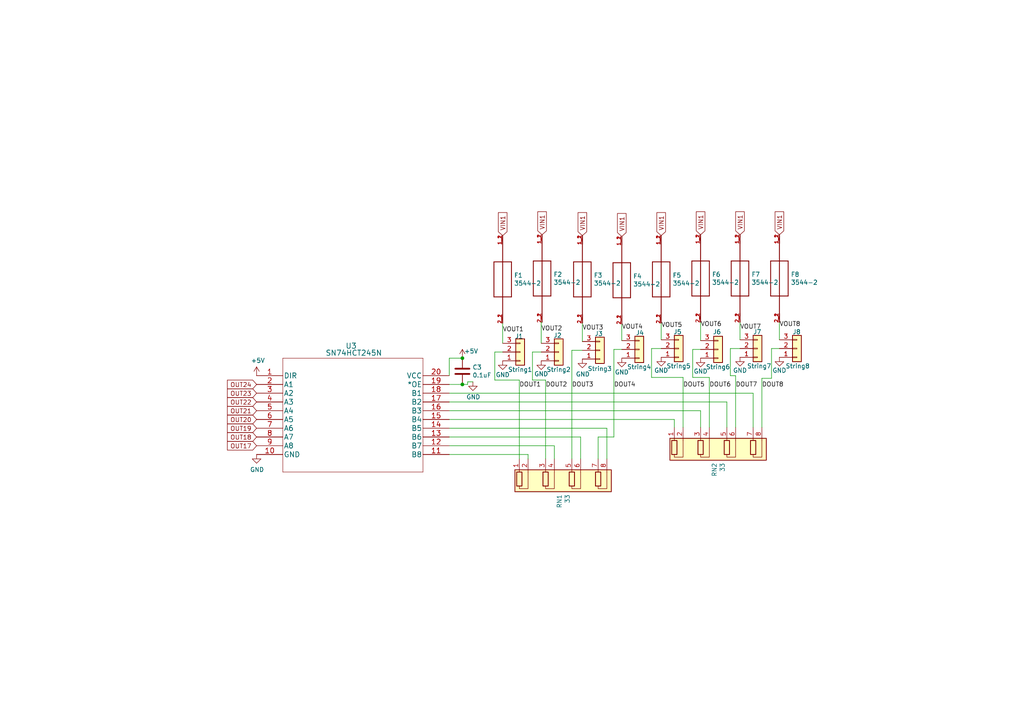
<source format=kicad_sch>
(kicad_sch (version 20211123) (generator eeschema)
  (paper "A4")
  (title_block (title "Multi Expansion") (date "2022-08-14") (rev "v3") (company "Scott Hanson"))
  (lib_symbols
    (symbol "Connector_Generic:Conn_01x03" (pin_names (offset 1.016) hide)
      (property "Reference" "J" (at 0 5.08 0))
      (property "Value" "Conn_01x03" (at 0 -5.08 0))
      (symbol "Conn_01x03_1_1"
        (rectangle (start -1.27 -2.413) (end 0 -2.667) (stroke (width 0.1524)))
        (rectangle (start -1.27 0.127) (end 0 -0.127) (stroke (width 0.1524)))
        (rectangle (start -1.27 2.667) (end 0 2.413) (stroke (width 0.1524)))
        (rectangle (start -1.27 3.81) (end 1.27 -3.81) (stroke (width 0.254)) (fill (type background)))
        (pin passive line (at -5.08 2.54 0) (length 3.81) (name "Pin_1") (number "1"))
        (pin passive line (at -5.08 0 0) (length 3.81) (name "Pin_2") (number "2"))
        (pin passive line (at -5.08 -2.54 0) (length 3.81) (name "Pin_3") (number "3"))
      )
    )
    (symbol "Multi_Expansion-rescue:3544-2-Keystone_Fuse" (pin_names (offset 1.016) hide)
      (property "Reference" "F" (at -5.08 3.302 0))
      (property "Value" "3544-2-Keystone_Fuse" (at -5.08 -5.08 0))
      (symbol "3544-2-Keystone_Fuse_0_0"
        (polyline (pts (xy -12.7 0) (xy 12.7 0)) (stroke (width 0.254)))
        (polyline (pts (xy -5.08 -2.54) (xy -5.08 2.54)) (stroke (width 0.254)))
        (polyline (pts (xy -5.08 2.54) (xy 5.08 2.54)) (stroke (width 0.254)))
        (polyline (pts (xy 5.08 -2.54) (xy -5.08 -2.54)) (stroke (width 0.254)))
        (polyline (pts (xy 5.08 2.54) (xy 5.08 -2.54)) (stroke (width 0.254)))
        (pin passive line (at -12.7 0 0) (length 2.54) (name "1") (number "1_1"))
        (pin passive line (at -12.7 0 0) (length 2.54) (name "1") (number "1_2"))
        (pin passive line (at 12.7 0 180) (length 2.54) (name "2") (number "2_1"))
        (pin passive line (at 12.7 0 180) (length 2.54) (name "2") (number "2_2"))
      )
    )
    (symbol "Multi_Expansion-rescue:C-Device" (pin_numbers hide) (pin_names (offset 0.254))
      (property "Reference" "C" (at 0.635 2.54 0))
      (property "Value" "C-Device" (at 0.635 -2.54 0))
      (symbol "C-Device_0_1"
        (polyline (pts (xy -2.032 -0.762) (xy 2.032 -0.762)) (stroke (width 0.508)))
        (polyline (pts (xy -2.032 0.762) (xy 2.032 0.762)) (stroke (width 0.508)))
      )
      (symbol "C-Device_1_1"
        (pin passive line (at 0 3.81 270) (length 2.794) (name "~") (number "1"))
        (pin passive line (at 0 -3.81 90) (length 2.794) (name "~") (number "2"))
      )
    )
    (symbol "Multi_Expansion-rescue:R_Pack04_SIP-Device" (pin_names (offset 0) hide)
      (property "Reference" "RN" (at -15.24 0 90))
      (property "Value" "R_Pack04_SIP-Device" (at 15.24 0 90))
      (symbol "R_Pack04_SIP-Device_0_1"
        (rectangle (start -13.97 -1.905) (end 13.97 4.445) (stroke (width 0.254)) (fill (type background)))
        (rectangle (start -13.462 2.794) (end -11.938 -1.27) (stroke (width 0.254)))
        (rectangle (start -5.842 2.794) (end -4.318 -1.27) (stroke (width 0.254)))
        (polyline (pts (xy -12.7 2.794) (xy -12.7 3.556) (xy -10.16 3.556) (xy -10.16 -1.27)))
        (polyline (pts (xy -5.08 2.794) (xy -5.08 3.556) (xy -2.54 3.556) (xy -2.54 -1.27)))
        (polyline (pts (xy 2.54 2.794) (xy 2.54 3.556) (xy 5.08 3.556) (xy 5.08 -1.27)))
        (polyline (pts (xy 10.16 2.794) (xy 10.16 3.556) (xy 12.7 3.556) (xy 12.7 -1.27)))
        (rectangle (start 1.778 2.794) (end 3.302 -1.27) (stroke (width 0.254)))
        (rectangle (start 9.398 2.794) (end 10.922 -1.27) (stroke (width 0.254)))
      )
      (symbol "R_Pack04_SIP-Device_1_1"
        (pin passive line (at -12.7 -5.08 90) (length 3.81) (name "R1.1") (number "1"))
        (pin passive line (at -10.16 -5.08 90) (length 3.81) (name "R1.2") (number "2"))
        (pin passive line (at -5.08 -5.08 90) (length 3.81) (name "R2.1") (number "3"))
        (pin passive line (at -2.54 -5.08 90) (length 3.81) (name "R2.2") (number "4"))
        (pin passive line (at 2.54 -5.08 90) (length 3.81) (name "R3.1") (number "5"))
        (pin passive line (at 5.08 -5.08 90) (length 3.81) (name "R3.2") (number "6"))
        (pin passive line (at 10.16 -5.08 90) (length 3.81) (name "R4.1") (number "7"))
        (pin passive line (at 12.7 -5.08 90) (length 3.81) (name "R4.2") (number "8"))
      )
    )
    (symbol "Multi_Expansion-rescue:SN74HCT245N-SN74HCT245N" (pin_names (offset 0.254))
      (property "Reference" "U" (at 27.94 10.16 0))
      (property "Value" "SN74HCT245N-SN74HCT245N" (at 27.94 7.62 0))
      (symbol "SN74HCT245N-SN74HCT245N_1_0"
        (polyline (pts (xy 7.62 -27.94) (xy 48.26 -27.94)) (stroke (width 0.127)))
        (polyline (pts (xy 7.62 5.08) (xy 7.62 -27.94)) (stroke (width 0.127)))
        (polyline (pts (xy 48.26 -27.94) (xy 48.26 5.08)) (stroke (width 0.127)))
        (polyline (pts (xy 48.26 5.08) (xy 7.62 5.08)) (stroke (width 0.127)))
        (pin input line (at 0 0 0) (length 7.62) (name "DIR") (number "1"))
        (pin power_in line (at 0 -22.86 0) (length 7.62) (name "GND") (number "10"))
        (pin bidirectional line (at 55.88 -22.86 180) (length 7.62) (name "B8") (number "11"))
        (pin bidirectional line (at 55.88 -20.32 180) (length 7.62) (name "B7") (number "12"))
        (pin bidirectional line (at 55.88 -17.78 180) (length 7.62) (name "B6") (number "13"))
        (pin bidirectional line (at 55.88 -15.24 180) (length 7.62) (name "B5") (number "14"))
        (pin bidirectional line (at 55.88 -12.7 180) (length 7.62) (name "B4") (number "15"))
        (pin bidirectional line (at 55.88 -10.16 180) (length 7.62) (name "B3") (number "16"))
        (pin bidirectional line (at 55.88 -7.62 180) (length 7.62) (name "B2") (number "17"))
        (pin bidirectional line (at 55.88 -5.08 180) (length 7.62) (name "B1") (number "18"))
        (pin input line (at 55.88 -2.54 180) (length 7.62) (name "*OE") (number "19"))
        (pin bidirectional line (at 0 -2.54 0) (length 7.62) (name "A1") (number "2"))
        (pin power_in line (at 55.88 0 180) (length 7.62) (name "VCC") (number "20"))
        (pin bidirectional line (at 0 -5.08 0) (length 7.62) (name "A2") (number "3"))
        (pin bidirectional line (at 0 -7.62 0) (length 7.62) (name "A3") (number "4"))
        (pin bidirectional line (at 0 -10.16 0) (length 7.62) (name "A4") (number "5"))
        (pin bidirectional line (at 0 -12.7 0) (length 7.62) (name "A5") (number "6"))
        (pin bidirectional line (at 0 -15.24 0) (length 7.62) (name "A6") (number "7"))
        (pin bidirectional line (at 0 -17.78 0) (length 7.62) (name "A7") (number "8"))
        (pin bidirectional line (at 0 -20.32 0) (length 7.62) (name "A8") (number "9"))
      )
    )
    (symbol "power:+5V" (power) (pin_names (offset 0))
      (property "Value" "+5V" (at 0 3.556 0))
      (symbol "+5V_0_1"
        (polyline (pts (xy -0.762 1.27) (xy 0 2.54)))
        (polyline (pts (xy 0 0) (xy 0 2.54)))
        (polyline (pts (xy 0 2.54) (xy 0.762 1.27)))
      )
      (symbol "+5V_1_1"
        (pin power_in line (at 0 0 90) (length 0) hide (name "+5V") (number "1"))
      )
    )
    (symbol "power:GND" (power) (pin_names (offset 0))
      (property "Value" "GND" (at 0 -3.81 0))
      (symbol "GND_0_1"
        (polyline (pts (xy 0 0) (xy 0 -1.27) (xy 1.27 -1.27) (xy 0 -2.54) (xy -1.27 -1.27) (xy 0 -1.27)))
      )
      (symbol "GND_1_1"
        (pin power_in line (at 0 0 270) (length 0) hide (name "GND") (number "1"))
      )
    )
  )
  (junction (at 134.112 111.506))
  (junction (at 134.112 103.886))
  (wire (pts (xy 156.972 102.108) (xy 154.432 102.108)))
  (wire (pts (xy 165.862 133.096) (xy 165.862 101.6)))
  (wire (pts (xy 135.636 110.744) (xy 135.636 111.506)))
  (wire (pts (xy 218.44 114.046) (xy 218.44 123.952)))
  (wire (pts (xy 168.91 93.726) (xy 168.91 99.06)))
  (wire (pts (xy 153.162 131.826) (xy 153.162 133.096)))
  (wire (pts (xy 130.302 129.286) (xy 160.782 129.286)))
  (wire (pts (xy 211.836 108.966) (xy 211.836 101.092)))
  (wire (pts (xy 160.782 129.286) (xy 160.782 133.096)))
  (wire (pts (xy 176.022 124.206) (xy 176.022 133.096)))
  (wire (pts (xy 203.2 123.952) (xy 203.2 119.126)))
  (wire (pts (xy 203.2 101.346) (xy 200.914 101.346)))
  (wire (pts (xy 198.12 109.474) (xy 198.12 123.952)))
  (wire (pts (xy 220.98 123.952) (xy 220.98 109.728)))
  (wire (pts (xy 130.302 114.046) (xy 218.44 114.046)))
  (wire (pts (xy 143.51 110.236) (xy 143.51 102.108)))
  (wire (pts (xy 213.36 108.966) (xy 211.836 108.966)))
  (wire (pts (xy 188.976 109.474) (xy 198.12 109.474)))
  (wire (pts (xy 200.914 109.474) (xy 205.74 109.474)))
  (wire (pts (xy 188.976 101.092) (xy 188.976 109.474)))
  (wire (pts (xy 178.054 126.746) (xy 173.482 126.746)))
  (wire (pts (xy 158.242 133.096) (xy 158.242 110.236)))
  (wire (pts (xy 130.302 126.746) (xy 168.402 126.746)))
  (wire (pts (xy 150.622 110.236) (xy 143.51 110.236)))
  (wire (pts (xy 130.302 119.126) (xy 203.2 119.126)))
  (wire (pts (xy 203.2 93.472) (xy 203.2 98.806)))
  (wire (pts (xy 168.402 126.746) (xy 168.402 133.096)))
  (wire (pts (xy 213.36 123.952) (xy 213.36 108.966)))
  (wire (pts (xy 226.06 98.552) (xy 226.06 93.472)))
  (wire (pts (xy 130.302 121.666) (xy 195.58 121.666)))
  (wire (pts (xy 156.972 93.472) (xy 157.226 93.472)))
  (wire (pts (xy 180.34 101.346) (xy 178.054 101.346)))
  (wire (pts (xy 191.77 98.552) (xy 191.77 93.726)))
  (wire (pts (xy 195.58 121.666) (xy 195.58 123.952)))
  (wire (pts (xy 143.51 102.108) (xy 145.796 102.108)))
  (wire (pts (xy 145.796 93.726) (xy 145.796 99.568)))
  (wire (pts (xy 223.774 109.728) (xy 223.774 101.092)))
  (wire (pts (xy 165.862 101.6) (xy 168.91 101.6)))
  (wire (pts (xy 210.82 116.586) (xy 210.82 123.952)))
  (wire (pts (xy 180.34 98.806) (xy 180.34 93.98)))
  (wire (pts (xy 130.302 103.886) (xy 130.302 108.966)))
  (wire (pts (xy 134.112 103.886) (xy 130.302 103.886)))
  (wire (pts (xy 211.836 101.092) (xy 214.63 101.092)))
  (wire (pts (xy 154.432 110.236) (xy 154.432 102.108)))
  (wire (pts (xy 156.972 99.568) (xy 156.972 93.472)))
  (wire (pts (xy 134.112 111.506) (xy 130.302 111.506)))
  (wire (pts (xy 220.98 109.728) (xy 223.774 109.728)))
  (wire (pts (xy 223.774 101.092) (xy 226.06 101.092)))
  (wire (pts (xy 137.16 110.744) (xy 135.636 110.744)))
  (wire (pts (xy 130.302 116.586) (xy 210.82 116.586)))
  (wire (pts (xy 130.302 124.206) (xy 176.022 124.206)))
  (wire (pts (xy 130.302 131.826) (xy 153.162 131.826)))
  (wire (pts (xy 200.914 101.346) (xy 200.914 109.474)))
  (wire (pts (xy 158.242 110.236) (xy 154.432 110.236)))
  (wire (pts (xy 173.482 126.746) (xy 173.482 133.096)))
  (wire (pts (xy 191.77 101.092) (xy 188.976 101.092)))
  (wire (pts (xy 178.054 101.346) (xy 178.054 126.746)))
  (wire (pts (xy 135.636 111.506) (xy 134.112 111.506)))
  (wire (pts (xy 214.63 93.472) (xy 214.63 98.552)))
  (wire (pts (xy 150.622 133.096) (xy 150.622 110.236)))
  (wire (pts (xy 205.74 109.474) (xy 205.74 123.952)))
  (label "VOUT2" (at 156.972 96.266 0))
  (label "DOUT2" (at 158.242 112.522 0))
  (label "VOUT3" (at 168.91 96.012 0))
  (label "VOUT1" (at 145.796 96.52 0))
  (label "DOUT8" (at 220.98 112.522 0))
  (label "VOUT4" (at 180.34 95.758 0))
  (label "DOUT3" (at 165.862 112.522 0))
  (label "VOUT8" (at 226.06 94.996 0))
  (label "VOUT5" (at 191.77 95.25 0))
  (label "DOUT1" (at 150.622 112.522 0))
  (label "VOUT7" (at 214.63 95.758 0))
  (label "DOUT5" (at 198.12 112.522 0))
  (label "DOUT6" (at 205.74 112.522 0))
  (label "DOUT7" (at 213.36 112.522 0))
  (label "DOUT4" (at 178.054 112.522 0))
  (label "VOUT6" (at 203.2 94.996 0))
  (global_label "VIN1" (shape input) (at 203.2 68.072 90) (property "Intersheet References" "${INTERSHEET_REFS}" (effects hide)))
  (global_label "VIN1" (shape input) (at 214.63 68.072 90) (property "Intersheet References" "${INTERSHEET_REFS}" (effects hide)))
  (global_label "OUT18" (shape input) (at 74.422 126.746 180) (property "Intersheet References" "${INTERSHEET_REFS}" (effects hide)))
  (global_label "VIN1" (shape input) (at 145.796 68.326 90) (property "Intersheet References" "${INTERSHEET_REFS}" (effects hide)))
  (global_label "OUT21" (shape input) (at 74.422 119.126 180) (property "Intersheet References" "${INTERSHEET_REFS}" (effects hide)))
  (global_label "OUT20" (shape input) (at 74.422 121.666 180) (property "Intersheet References" "${INTERSHEET_REFS}" (effects hide)))
  (global_label "OUT22" (shape input) (at 74.422 116.586 180) (property "Intersheet References" "${INTERSHEET_REFS}" (effects hide)))
  (global_label "OUT19" (shape input) (at 74.422 124.206 180) (property "Intersheet References" "${INTERSHEET_REFS}" (effects hide)))
  (global_label "OUT24" (shape input) (at 74.422 111.506 180) (property "Intersheet References" "${INTERSHEET_REFS}" (effects hide)))
  (global_label "VIN1" (shape input) (at 191.77 68.326 90) (property "Intersheet References" "${INTERSHEET_REFS}" (effects hide)))
  (global_label "VIN1" (shape input) (at 180.34 68.58 90) (property "Intersheet References" "${INTERSHEET_REFS}" (effects hide)))
  (global_label "VIN1" (shape input) (at 226.06 68.072 90) (property "Intersheet References" "${INTERSHEET_REFS}" (effects hide)))
  (global_label "OUT23" (shape input) (at 74.422 114.046 180) (property "Intersheet References" "${INTERSHEET_REFS}" (effects hide)))
  (global_label "VIN1" (shape input) (at 168.91 68.326 90) (property "Intersheet References" "${INTERSHEET_REFS}" (effects hide)))
  (global_label "VIN1" (shape input) (at 157.226 68.072 90) (property "Intersheet References" "${INTERSHEET_REFS}" (effects hide)))
  (global_label "OUT17" (shape input) (at 74.422 129.286 180) (property "Intersheet References" "${INTERSHEET_REFS}" (effects hide)))
  (symbol (lib_id "Connector_Generic:Conn_01x03") (at 150.876 102.108 0) (mirror x) (unit 1)
    (property "Reference" "J1" (at 149.352 97.536 0) (effects (justify left)))
    (property "Value" "String1" (at 147.32 107.188 0) (effects (justify left)))
    (property "Footprint" "Connector_Phoenix_MC:PhoenixContact_MCV_1,5_3-G-3.5_1x03_P3.50mm_Vertical" (effects hide))
    (property "Digi-Key_PN" "277-5737-ND/ED10555-ND" (effects hide))
    (property "MPN" "1843619/OSTTJ0311530" (effects hide))
  )
  (symbol (lib_id "Connector_Generic:Conn_01x03") (at 162.052 102.108 0) (mirror x) (unit 1)
    (property "Reference" "J2" (at 160.528 97.282 0) (effects (justify left)))
    (property "Value" "String2" (at 158.496 107.188 0) (effects (justify left)))
    (property "Footprint" "Connector_Phoenix_MC:PhoenixContact_MCV_1,5_3-G-3.5_1x03_P3.50mm_Vertical" (effects hide))
    (property "Digi-Key_PN" "277-5737-ND/ED10555-ND" (effects hide))
    (property "MPN" "1843619/OSTTJ0311530" (effects hide))
  )
  (symbol (lib_id "Connector_Generic:Conn_01x03") (at 173.99 101.6 0) (mirror x) (unit 1)
    (property "Reference" "J3" (at 172.466 96.774 0) (effects (justify left)))
    (property "Value" "String3" (at 170.434 106.934 0) (effects (justify left)))
    (property "Footprint" "Connector_Phoenix_MC:PhoenixContact_MCV_1,5_3-G-3.5_1x03_P3.50mm_Vertical" (effects hide))
    (property "Digi-Key_PN" "277-5737-ND/ED10555-ND" (effects hide))
    (property "MPN" "1843619/OSTTJ0311530" (effects hide))
  )
  (symbol (lib_id "Connector_Generic:Conn_01x03") (at 185.42 101.346 0) (mirror x) (unit 1)
    (property "Reference" "J4" (at 184.404 96.52 0) (effects (justify left)))
    (property "Value" "String4" (at 181.864 106.426 0) (effects (justify left)))
    (property "Footprint" "Connector_Phoenix_MC:PhoenixContact_MCV_1,5_3-G-3.5_1x03_P3.50mm_Vertical" (effects hide))
    (property "Digi-Key_PN" "277-5737-ND/ED10555-ND" (effects hide))
    (property "MPN" "1843619/OSTTJ0311530" (effects hide))
  )
  (symbol (lib_id "Connector_Generic:Conn_01x03") (at 196.85 101.092 0) (mirror x) (unit 1)
    (property "Reference" "J5" (at 195.326 96.266 0) (effects (justify left)))
    (property "Value" "String5" (at 193.294 106.172 0) (effects (justify left)))
    (property "Footprint" "Connector_Phoenix_MC:PhoenixContact_MCV_1,5_3-G-3.5_1x03_P3.50mm_Vertical" (effects hide))
    (property "Digi-Key_PN" "277-5737-ND/ED10555-ND" (effects hide))
    (property "MPN" "1843619/OSTTJ0311530" (effects hide))
  )
  (symbol (lib_id "Connector_Generic:Conn_01x03") (at 208.28 101.346 0) (mirror x) (unit 1)
    (property "Reference" "J6" (at 206.756 96.266 0) (effects (justify left)))
    (property "Value" "String6" (at 204.724 106.426 0) (effects (justify left)))
    (property "Footprint" "Connector_Phoenix_MC:PhoenixContact_MCV_1,5_3-G-3.5_1x03_P3.50mm_Vertical" (effects hide))
    (property "Digi-Key_PN" "277-5737-ND/ED10555-ND" (effects hide))
    (property "MPN" "1843619/OSTTJ0311530" (effects hide))
  )
  (symbol (lib_id "Connector_Generic:Conn_01x03") (at 219.71 101.092 0) (mirror x) (unit 1)
    (property "Reference" "J7" (at 218.44 96.266 0) (effects (justify left)))
    (property "Value" "String7" (at 216.662 106.172 0) (effects (justify left)))
    (property "Footprint" "Connector_Phoenix_MC:PhoenixContact_MCV_1,5_3-G-3.5_1x03_P3.50mm_Vertical" (effects hide))
    (property "Digi-Key_PN" "277-5737-ND/ED10555-ND" (effects hide))
    (property "MPN" "1843619/OSTTJ0311530" (effects hide))
  )
  (symbol (lib_id "Connector_Generic:Conn_01x03") (at 231.14 101.092 0) (mirror x) (unit 1)
    (property "Reference" "J8" (at 229.87 96.266 0) (effects (justify left)))
    (property "Value" "String8" (at 227.838 106.172 0) (effects (justify left)))
    (property "Footprint" "Connector_Phoenix_MC:PhoenixContact_MCV_1,5_3-G-3.5_1x03_P3.50mm_Vertical" (effects hide))
    (property "Digi-Key_PN" "277-5737-ND/ED10555-ND" (effects hide))
    (property "MPN" "1843619/OSTTJ0311530" (effects hide))
  )
  (symbol (lib_id "power:GND") (at 145.796 104.648 0) (unit 1)
    (property "Reference" "#PWR012" (effects hide))
    (property "Value" "GND" (at 145.796 108.712 0))
  )
  (symbol (lib_id "power:GND") (at 156.972 104.648 0) (unit 1)
    (property "Reference" "#PWR013" (effects hide))
    (property "Value" "GND" (at 156.972 108.458 0))
  )
  (symbol (lib_id "power:GND") (at 168.91 104.14 0) (unit 1)
    (property "Reference" "#PWR014" (effects hide))
    (property "Value" "GND" (at 169.037 108.5342 0))
  )
  (symbol (lib_id "power:GND") (at 180.34 103.886 0) (unit 1)
    (property "Reference" "#PWR015" (effects hide))
    (property "Value" "GND" (at 180.34 107.95 0))
  )
  (symbol (lib_id "power:GND") (at 191.77 103.632 0) (unit 1)
    (property "Reference" "#PWR016" (effects hide))
    (property "Value" "GND" (at 191.77 107.442 0))
  )
  (symbol (lib_id "power:GND") (at 203.2 103.886 0) (unit 1)
    (property "Reference" "#PWR017" (effects hide))
    (property "Value" "GND" (at 203.2 107.696 0))
  )
  (symbol (lib_id "power:GND") (at 214.63 103.632 0) (unit 1)
    (property "Reference" "#PWR018" (effects hide))
    (property "Value" "GND" (at 214.63 107.442 0))
  )
  (symbol (lib_id "power:GND") (at 226.06 103.632 0) (unit 1)
    (property "Reference" "#PWR019" (effects hide))
    (property "Value" "GND" (at 226.06 107.442 0))
  )
  (symbol (lib_id "Multi_Expansion-rescue:3544-2-Keystone_Fuse") (at 157.226 80.772 270) (unit 1)
    (property "Reference" "F2" (at 160.528 79.6036 90) (effects (justify left)))
    (property "Value" "3544-2" (at 160.528 81.915 90) (effects (justify left)))
    (property "Footprint" "Keystone_Fuse:FUSE_3544-2" (effects hide))
    (property "Field4" "3544-2" (effects hide))
    (property "Field5" "None" (effects hide))
    (property "Field6" "Unavailable" (effects hide))
    (property "Field7" "Fuse Clip; 500 VAC; 30 A; PCB; For 0.110 in. x 0.032 in. mini blade fuses" (effects hide))
    (property "Field8" "Keystone Electronics" (effects hide))
    (property "Digi-Key_PN" "36-3544-2-ND" (effects hide))
    (property "MPN" "3544-2" (effects hide))
  )
  (symbol (lib_id "Multi_Expansion-rescue:3544-2-Keystone_Fuse") (at 168.91 81.026 270) (unit 1)
    (property "Reference" "F3" (at 172.212 79.8576 90) (effects (justify left)))
    (property "Value" "3544-2" (at 172.212 82.169 90) (effects (justify left)))
    (property "Footprint" "Keystone_Fuse:FUSE_3544-2" (effects hide))
    (property "Field4" "3544-2" (effects hide))
    (property "Field5" "None" (effects hide))
    (property "Field6" "Unavailable" (effects hide))
    (property "Field7" "Fuse Clip; 500 VAC; 30 A; PCB; For 0.110 in. x 0.032 in. mini blade fuses" (effects hide))
    (property "Field8" "Keystone Electronics" (effects hide))
    (property "Digi-Key_PN" "36-3544-2-ND" (effects hide))
    (property "MPN" "3544-2" (effects hide))
  )
  (symbol (lib_id "Multi_Expansion-rescue:3544-2-Keystone_Fuse") (at 180.34 81.28 270) (unit 1)
    (property "Reference" "F4" (at 183.642 80.1116 90) (effects (justify left)))
    (property "Value" "3544-2" (at 183.642 82.423 90) (effects (justify left)))
    (property "Footprint" "Keystone_Fuse:FUSE_3544-2" (effects hide))
    (property "Field4" "3544-2" (effects hide))
    (property "Field5" "None" (effects hide))
    (property "Field6" "Unavailable" (effects hide))
    (property "Field7" "Fuse Clip; 500 VAC; 30 A; PCB; For 0.110 in. x 0.032 in. mini blade fuses" (effects hide))
    (property "Field8" "Keystone Electronics" (effects hide))
    (property "Digi-Key_PN" "36-3544-2-ND" (effects hide))
    (property "MPN" "3544-2" (effects hide))
  )
  (symbol (lib_id "Multi_Expansion-rescue:3544-2-Keystone_Fuse") (at 191.77 81.026 270) (unit 1)
    (property "Reference" "F5" (at 195.072 79.8576 90) (effects (justify left)))
    (property "Value" "3544-2" (at 195.072 82.169 90) (effects (justify left)))
    (property "Footprint" "Keystone_Fuse:FUSE_3544-2" (effects hide))
    (property "Field4" "3544-2" (effects hide))
    (property "Field5" "None" (effects hide))
    (property "Field6" "Unavailable" (effects hide))
    (property "Field7" "Fuse Clip; 500 VAC; 30 A; PCB; For 0.110 in. x 0.032 in. mini blade fuses" (effects hide))
    (property "Field8" "Keystone Electronics" (effects hide))
    (property "Digi-Key_PN" "36-3544-2-ND" (effects hide))
    (property "MPN" "3544-2" (effects hide))
  )
  (symbol (lib_id "Multi_Expansion-rescue:3544-2-Keystone_Fuse") (at 203.2 80.772 270) (unit 1)
    (property "Reference" "F6" (at 206.502 79.6036 90) (effects (justify left)))
    (property "Value" "3544-2" (at 206.502 81.915 90) (effects (justify left)))
    (property "Footprint" "Keystone_Fuse:FUSE_3544-2" (effects hide))
    (property "Field4" "3544-2" (effects hide))
    (property "Field5" "None" (effects hide))
    (property "Field6" "Unavailable" (effects hide))
    (property "Field7" "Fuse Clip; 500 VAC; 30 A; PCB; For 0.110 in. x 0.032 in. mini blade fuses" (effects hide))
    (property "Field8" "Keystone Electronics" (effects hide))
    (property "Digi-Key_PN" "36-3544-2-ND" (effects hide))
    (property "MPN" "3544-2" (effects hide))
  )
  (symbol (lib_id "Multi_Expansion-rescue:3544-2-Keystone_Fuse") (at 214.63 80.772 270) (unit 1)
    (property "Reference" "F7" (at 217.932 79.6036 90) (effects (justify left)))
    (property "Value" "3544-2" (at 217.932 81.915 90) (effects (justify left)))
    (property "Footprint" "Keystone_Fuse:FUSE_3544-2" (effects hide))
    (property "Field4" "3544-2" (effects hide))
    (property "Field5" "None" (effects hide))
    (property "Field6" "Unavailable" (effects hide))
    (property "Field7" "Fuse Clip; 500 VAC; 30 A; PCB; For 0.110 in. x 0.032 in. mini blade fuses" (effects hide))
    (property "Field8" "Keystone Electronics" (effects hide))
    (property "Digi-Key_PN" "36-3544-2-ND" (effects hide))
    (property "MPN" "3544-2" (effects hide))
  )
  (symbol (lib_id "Multi_Expansion-rescue:3544-2-Keystone_Fuse") (at 226.06 80.772 270) (unit 1)
    (property "Reference" "F8" (at 229.362 79.6036 90) (effects (justify left)))
    (property "Value" "3544-2" (at 229.362 81.915 90) (effects (justify left)))
    (property "Footprint" "Keystone_Fuse:FUSE_3544-2" (effects hide))
    (property "Field4" "3544-2" (effects hide))
    (property "Field5" "None" (effects hide))
    (property "Field6" "Unavailable" (effects hide))
    (property "Field7" "Fuse Clip; 500 VAC; 30 A; PCB; For 0.110 in. x 0.032 in. mini blade fuses" (effects hide))
    (property "Field8" "Keystone Electronics" (effects hide))
    (property "Digi-Key_PN" "36-3544-2-ND" (effects hide))
    (property "MPN" "3544-2" (effects hide))
  )
  (symbol (lib_id "power:GND") (at 137.16 110.744 0) (unit 1)
    (property "Reference" "#PWR011" (effects hide))
    (property "Value" "GND" (at 137.287 115.1382 0))
  )
  (symbol (lib_id "power:+5V") (at 74.422 108.966 0) (unit 1)
    (property "Reference" "#PWR08" (effects hide))
    (property "Value" "+5V" (at 74.803 104.5718 0))
  )
  (symbol (lib_id "power:GND") (at 74.422 131.826 0) (unit 1)
    (property "Reference" "#PWR09" (effects hide))
    (property "Value" "GND" (at 74.549 136.2202 0))
  )
  (symbol (lib_id "Multi_Expansion-rescue:C-Device") (at 134.112 107.696 0) (unit 1)
    (property "Reference" "C3" (at 137.033 106.5276 0) (effects (justify left)))
    (property "Value" "0.1uF" (at 137.033 108.839 0) (effects (justify left)))
    (property "Footprint" "Capacitor_THT:C_Rect_L7.0mm_W2.0mm_P5.00mm" (effects hide))
    (property "Digi-Key_PN" "478-7336-1-ND" (effects hide))
    (property "MPN" "SR215C104KARTR1" (effects hide))
  )
  (symbol (lib_id "power:+5V") (at 134.112 103.886 0) (unit 1)
    (property "Reference" "#PWR010" (effects hide))
    (property "Value" "+5V" (at 136.652 101.854 0))
  )
  (symbol (lib_id "Multi_Expansion-rescue:R_Pack04_SIP-Device") (at 208.28 129.032 0) (mirror x) (unit 1)
    (property "Reference" "RN2" (at 207.2132 134.239 90) (effects (justify left)))
    (property "Value" "33" (at 209.5246 134.239 90) (effects (justify left)))
    (property "Footprint" "Resistor_THT:R_Array_SIP8" (effects hide))
    (property "Datasheet" "http://www.vishay.com/docs/31509/csc.pdf" (effects hide))
    (property "Digi-Key_PN" "4608X-2-330LF-ND" (effects hide))
    (property "MPN" "4608X-102-330LF" (effects hide))
  )
  (symbol (lib_id "Multi_Expansion-rescue:SN74HCT245N-SN74HCT245N") (at 74.422 108.966 0) (unit 1)
    (property "Reference" "U3" (at 101.854 100.33 0) (effects (font (size 1.524 1.524))))
    (property "Value" "SN74HCT245N" (at 102.616 102.362 0) (effects (font (size 1.524 1.524))))
    (property "Footprint" "SN74HCT245N:SN74HCT245N" (effects hide))
    (property "Digi-Key_PN" "296-1612-5-ND" (effects hide))
    (property "MPN" "SN74HCT245N" (effects hide))
  )
  (symbol (lib_id "Multi_Expansion-rescue:3544-2-Keystone_Fuse") (at 145.796 81.026 270) (unit 1)
    (property "Reference" "F1" (at 149.098 79.8576 90) (effects (justify left)))
    (property "Value" "3544-2" (at 149.098 82.169 90) (effects (justify left)))
    (property "Footprint" "Keystone_Fuse:FUSE_3544-2" (effects hide))
    (property "Field4" "3544-2" (effects hide))
    (property "Field5" "None" (effects hide))
    (property "Field6" "Unavailable" (effects hide))
    (property "Field7" "Fuse Clip; 500 VAC; 30 A; PCB; For 0.110 in. x 0.032 in. mini blade fuses" (effects hide))
    (property "Field8" "Keystone Electronics" (effects hide))
    (property "Digi-Key_PN" "36-3544-2-ND" (effects hide))
    (property "MPN" "3544-2" (effects hide))
  )
  (symbol (lib_id "Multi_Expansion-rescue:R_Pack04_SIP-Device") (at 163.322 138.176 0) (mirror x) (unit 1)
    (property "Reference" "RN1" (at 162.2552 143.383 90) (effects (justify left)))
    (property "Value" "33" (at 164.5666 143.383 90) (effects (justify left)))
    (property "Footprint" "Resistor_THT:R_Array_SIP8" (effects hide))
    (property "Datasheet" "http://www.vishay.com/docs/31509/csc.pdf" (effects hide))
    (property "Digi-Key_PN" "4608X-2-330LF-ND" (effects hide))
    (property "MPN" "4608X-102-330LF" (effects hide))
  )
)
</source>
